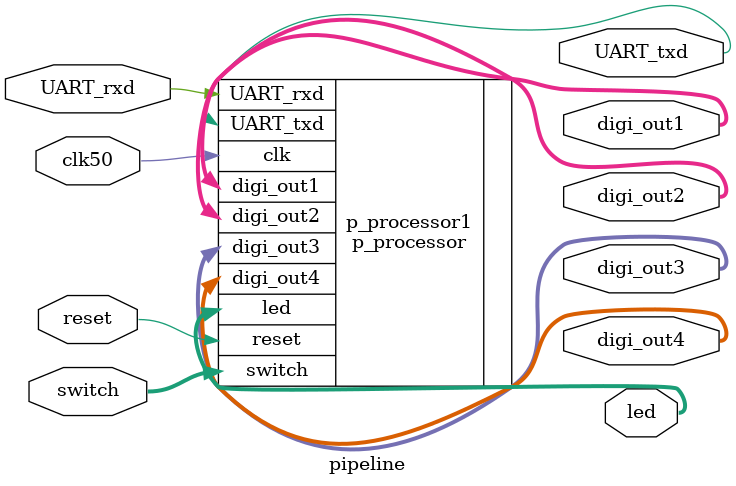
<source format=v>

module pipeline(reset,clk50,switch,UART_rxd,led,digi_out1,digi_out2,digi_out3,digi_out4,UART_txd);
	input	reset,clk50;
	input [7:0]	switch;
	input UART_rxd;
	output UART_txd;
	output [6:0] digi_out1;	//0: CG,CF,CE,CD,CC,CB,CA
	output [6:0] digi_out2;	//1: CG,CF,CE,CD,CC,CB,CA
	output [6:0] digi_out3;	//2: CG,CF,CE,CD,CC,CB,CA
	output [6:0] digi_out4;	//3: CG,CF,CE,CD,CC,CB,CA
	output	[7:0]	led;

p_processor p_processor1(.reset(reset),.clk(clk50),.switch(switch),.UART_rxd(UART_rxd),.led(led),.digi_out1(digi_out1),.digi_out2(digi_out2),.digi_out3(digi_out3),.digi_out4(digi_out4),.UART_txd(UART_txd));

endmodule
</source>
